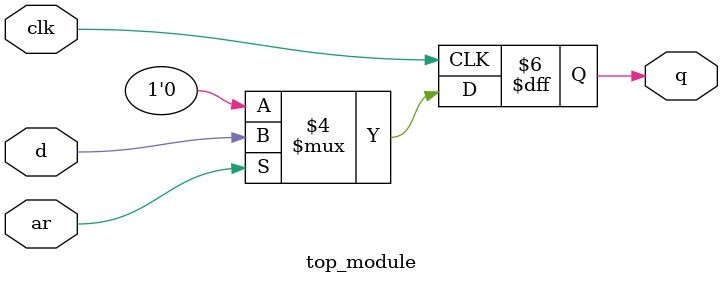
<source format=sv>
module top_module (
	input clk,    // Clock input
	input d,      // Data input
	input ar,     // Asynchronous reset input
	output logic q // Output
);

	always_ff @(posedge clk) begin
		if (!ar) begin
			q <= 0;          // Reset
		end else begin
			q <= d;          // Flip flop
		end
	end
	
endmodule

</source>
